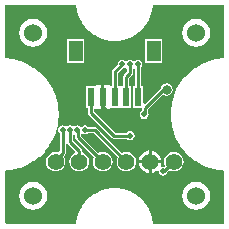
<source format=gtl>
G04*
G04 #@! TF.GenerationSoftware,Altium Limited,Altium Designer,24.4.1 (13)*
G04*
G04 Layer_Physical_Order=1*
G04 Layer_Color=255*
%FSLAX44Y44*%
%MOMM*%
G71*
G04*
G04 #@! TF.SameCoordinates,3A254B37-44D2-41AC-B17A-D77AFD25B485*
G04*
G04*
G04 #@! TF.FilePolarity,Positive*
G04*
G01*
G75*
%ADD12R,0.6000X1.5500*%
%ADD13R,1.2000X1.8000*%
%ADD14C,1.4000*%
%ADD15C,0.8000*%
%ADD22C,0.2540*%
%ADD23C,1.5240*%
%ADD24C,0.5000*%
G36*
X-33746Y92410D02*
X-32482Y92240D01*
X-31745Y87588D01*
X-31674Y87396D01*
X-31650Y87192D01*
X-30194Y82713D01*
X-30094Y82534D01*
X-30039Y82337D01*
X-27900Y78141D01*
X-27774Y77980D01*
X-27688Y77794D01*
X-24920Y73984D01*
X-24769Y73845D01*
X-24656Y73675D01*
X-21325Y70344D01*
X-21155Y70230D01*
X-21016Y70080D01*
X-17205Y67312D01*
X-17020Y67226D01*
X-16859Y67099D01*
X-12662Y64961D01*
X-12465Y64905D01*
X-12287Y64805D01*
X-7807Y63350D01*
X-7604Y63326D01*
X-7412Y63255D01*
X-2760Y62518D01*
X-2555Y62526D01*
X-2355Y62486D01*
X2355Y62486D01*
X2556Y62526D01*
X2761Y62518D01*
X7413Y63255D01*
X7605Y63326D01*
X7808Y63350D01*
X12287Y64805D01*
X12466Y64905D01*
X12663Y64961D01*
X16860Y67099D01*
X17020Y67226D01*
X17206Y67312D01*
X21017Y70080D01*
X21156Y70230D01*
X21326Y70344D01*
X24656Y73675D01*
X24770Y73845D01*
X24920Y73983D01*
X27689Y77794D01*
X27775Y77980D01*
X27901Y78141D01*
X30040Y82337D01*
X30095Y82534D01*
X30195Y82713D01*
X31651Y87192D01*
X31674Y87396D01*
X31745Y87588D01*
X32482Y92240D01*
X33747Y92410D01*
X92410D01*
Y48504D01*
X91718Y47482D01*
X85881Y46714D01*
X85719Y46659D01*
X85548Y46648D01*
X79861Y45124D01*
X79708Y45048D01*
X79541Y45015D01*
X74101Y42762D01*
X73959Y42667D01*
X73797Y42612D01*
X68698Y39668D01*
X68570Y39555D01*
X68417Y39480D01*
X63746Y35896D01*
X63633Y35767D01*
X63491Y35672D01*
X59328Y31509D01*
X59233Y31367D01*
X59104Y31254D01*
X55520Y26583D01*
X55445Y26430D01*
X55332Y26302D01*
X52388Y21203D01*
X52333Y21041D01*
X52238Y20899D01*
X49985Y15459D01*
X49952Y15292D01*
X49876Y15139D01*
X48352Y9452D01*
X48341Y9281D01*
X48286Y9119D01*
X47518Y3282D01*
X47529Y3111D01*
X47496Y2944D01*
Y-2944D01*
X47529Y-3111D01*
X47518Y-3282D01*
X48286Y-9119D01*
X48341Y-9281D01*
X48352Y-9452D01*
X49876Y-15139D01*
X49952Y-15292D01*
X49985Y-15459D01*
X52238Y-20899D01*
X52333Y-21041D01*
X52388Y-21203D01*
X55332Y-26302D01*
X55445Y-26430D01*
X55520Y-26583D01*
X59104Y-31254D01*
X59233Y-31367D01*
X59328Y-31509D01*
X63491Y-35672D01*
X63633Y-35767D01*
X63746Y-35896D01*
X68417Y-39480D01*
X68570Y-39555D01*
X68698Y-39668D01*
X73797Y-42612D01*
X73959Y-42667D01*
X74101Y-42762D01*
X79541Y-45015D01*
X79708Y-45048D01*
X79861Y-45124D01*
X85548Y-46648D01*
X85719Y-46659D01*
X85881Y-46714D01*
X91718Y-47482D01*
X92410Y-48504D01*
Y-92410D01*
X33747D01*
X32482Y-92239D01*
X31745Y-87587D01*
X31675Y-87395D01*
X31651Y-87192D01*
X30195Y-82713D01*
X30095Y-82534D01*
X30040Y-82337D01*
X27901Y-78140D01*
X27775Y-77980D01*
X27689Y-77794D01*
X24920Y-73983D01*
X24770Y-73844D01*
X24656Y-73674D01*
X21326Y-70344D01*
X21156Y-70230D01*
X21017Y-70080D01*
X17206Y-67311D01*
X17020Y-67225D01*
X16860Y-67099D01*
X12663Y-64961D01*
X12466Y-64905D01*
X12287Y-64805D01*
X7808Y-63350D01*
X7605Y-63326D01*
X7413Y-63255D01*
X2761Y-62518D01*
X2556Y-62526D01*
X2356Y-62486D01*
X-2355D01*
X-2555Y-62526D01*
X-2760Y-62518D01*
X-7412Y-63255D01*
X-7604Y-63326D01*
X-7807Y-63350D01*
X-12287Y-64805D01*
X-12465Y-64905D01*
X-12662Y-64961D01*
X-16859Y-67099D01*
X-17019Y-67226D01*
X-17205Y-67311D01*
X-21016Y-70080D01*
X-21155Y-70230D01*
X-21325Y-70344D01*
X-24656Y-73674D01*
X-24769Y-73844D01*
X-24920Y-73983D01*
X-27688Y-77794D01*
X-27774Y-77980D01*
X-27900Y-78140D01*
X-30039Y-82337D01*
X-30094Y-82534D01*
X-30194Y-82713D01*
X-31650Y-87192D01*
X-31674Y-87395D01*
X-31745Y-87587D01*
X-32481Y-92239D01*
X-33746Y-92410D01*
X-91512Y-92410D01*
X-92410Y-91512D01*
Y-48504D01*
X-91718Y-47482D01*
X-85881Y-46714D01*
X-85719Y-46659D01*
X-85548Y-46648D01*
X-79861Y-45124D01*
X-79708Y-45048D01*
X-79541Y-45015D01*
X-74101Y-42762D01*
X-73959Y-42667D01*
X-73797Y-42612D01*
X-68698Y-39668D01*
X-68570Y-39555D01*
X-68417Y-39480D01*
X-63746Y-35896D01*
X-63633Y-35767D01*
X-63491Y-35672D01*
X-59328Y-31509D01*
X-59233Y-31367D01*
X-59104Y-31254D01*
X-55520Y-26583D01*
X-55445Y-26430D01*
X-55332Y-26302D01*
X-52388Y-21203D01*
X-52333Y-21041D01*
X-52238Y-20899D01*
X-49985Y-15459D01*
X-49952Y-15292D01*
X-49876Y-15139D01*
X-48352Y-9452D01*
X-48341Y-9281D01*
X-48286Y-9119D01*
X-47518Y-3282D01*
X-47529Y-3111D01*
X-47496Y-2944D01*
Y2944D01*
X-47529Y3111D01*
X-47518Y3282D01*
X-48286Y9119D01*
X-48341Y9281D01*
X-48352Y9452D01*
X-49876Y15139D01*
X-49952Y15292D01*
X-49985Y15459D01*
X-52238Y20899D01*
X-52333Y21041D01*
X-52388Y21203D01*
X-55332Y26302D01*
X-55445Y26430D01*
X-55520Y26583D01*
X-59104Y31254D01*
X-59233Y31367D01*
X-59328Y31509D01*
X-63491Y35672D01*
X-63633Y35767D01*
X-63746Y35896D01*
X-68417Y39480D01*
X-68570Y39555D01*
X-68698Y39668D01*
X-73797Y42612D01*
X-73959Y42667D01*
X-74101Y42762D01*
X-79541Y45015D01*
X-79708Y45048D01*
X-79861Y45124D01*
X-85548Y46648D01*
X-85719Y46659D01*
X-85881Y46714D01*
X-91718Y47482D01*
X-92410Y48504D01*
Y92410D01*
X-33746Y92410D01*
D02*
G37*
%LPC*%
G36*
X69000Y80882D02*
X65925Y80477D01*
X63059Y79290D01*
X60598Y77402D01*
X58710Y74941D01*
X57523Y72075D01*
X57118Y69000D01*
X57523Y65925D01*
X58710Y63059D01*
X60598Y60598D01*
X63059Y58710D01*
X65925Y57523D01*
X69000Y57118D01*
X72075Y57523D01*
X74941Y58710D01*
X77402Y60598D01*
X79290Y63059D01*
X80477Y65925D01*
X80882Y69000D01*
X80477Y72075D01*
X79290Y74941D01*
X77402Y77402D01*
X74941Y79290D01*
X72075Y80477D01*
X69000Y80882D01*
D02*
G37*
G36*
X-69000D02*
X-72075Y80477D01*
X-74941Y79290D01*
X-77402Y77402D01*
X-79290Y74941D01*
X-80477Y72075D01*
X-80882Y69000D01*
X-80477Y65925D01*
X-79290Y63059D01*
X-77402Y60598D01*
X-74941Y58710D01*
X-72075Y57523D01*
X-69000Y57118D01*
X-65925Y57523D01*
X-63059Y58710D01*
X-60598Y60598D01*
X-58710Y63059D01*
X-57523Y65925D01*
X-57118Y69000D01*
X-57523Y72075D01*
X-58710Y74941D01*
X-60598Y77402D01*
X-63059Y79290D01*
X-65925Y80477D01*
X-69000Y80882D01*
D02*
G37*
G36*
X19500Y46354D02*
X18025Y46061D01*
X17105Y45446D01*
X16250Y45309D01*
X15395Y45446D01*
X14475Y46061D01*
X13000Y46354D01*
X11525Y46061D01*
X10605Y45446D01*
X9750Y45309D01*
X8895Y45446D01*
X7975Y46061D01*
X6500Y46354D01*
X5025Y46061D01*
X3775Y45225D01*
X2939Y43975D01*
X2646Y42500D01*
X2675Y42352D01*
X-1839Y37838D01*
X-2402Y36995D01*
X-2600Y36000D01*
Y24608D01*
X-3061Y24147D01*
X-4410Y24574D01*
X-4460Y24905D01*
Y24970D01*
X-8730D01*
Y14680D01*
Y4390D01*
X-4460D01*
Y4455D01*
X-4280Y5650D01*
X-3190Y5650D01*
X4280D01*
Y23710D01*
X2600D01*
Y34923D01*
X6352Y38675D01*
X6500Y38646D01*
X7975Y38939D01*
X8895Y39554D01*
X9283Y39616D01*
X10400Y38846D01*
Y36077D01*
X8162Y33838D01*
X7598Y32995D01*
X7400Y32000D01*
Y23710D01*
X5720D01*
Y5650D01*
X14280D01*
Y23710D01*
X12600D01*
Y30923D01*
X14839Y33162D01*
X15402Y34005D01*
X15600Y35000D01*
Y38424D01*
X16766Y39171D01*
X16870Y39177D01*
X17400Y38663D01*
Y23710D01*
X15720D01*
Y5650D01*
X22724D01*
X22871Y5471D01*
Y3123D01*
X22275Y2725D01*
X21439Y1475D01*
X21146Y0D01*
X21439Y-1475D01*
X22275Y-2725D01*
X23525Y-3561D01*
X25000Y-3854D01*
X26475Y-3561D01*
X27725Y-2725D01*
X28561Y-1475D01*
X28854Y0D01*
X28561Y1475D01*
X28071Y2208D01*
Y4394D01*
X40599Y16922D01*
X41940Y16026D01*
X44000Y15617D01*
X46060Y16026D01*
X47807Y17193D01*
X48974Y18940D01*
X49383Y21000D01*
X48974Y23060D01*
X47807Y24807D01*
X46060Y25974D01*
X44000Y26383D01*
X41940Y25974D01*
X40193Y24807D01*
X39026Y23060D01*
X38875Y22301D01*
X38117Y21794D01*
X25453Y9130D01*
X24280Y9616D01*
Y23710D01*
X22600D01*
Y40335D01*
X23061Y41025D01*
X23354Y42500D01*
X23061Y43975D01*
X22225Y45225D01*
X20975Y46061D01*
X19500Y46354D01*
D02*
G37*
G36*
X40280Y63710D02*
X25720D01*
Y43150D01*
X40280D01*
Y63710D01*
D02*
G37*
G36*
X-25720D02*
X-40280D01*
Y43150D01*
X-25720D01*
Y63710D01*
D02*
G37*
G36*
X-11270Y24970D02*
X-15540D01*
Y24906D01*
X-15720Y23710D01*
X-16810Y23710D01*
X-24280D01*
Y5650D01*
X-22600D01*
Y1488D01*
X-22402Y493D01*
X-21838Y-351D01*
X-2350Y-19838D01*
X-1507Y-20402D01*
X-512Y-20600D01*
X10191D01*
X10275Y-20725D01*
X11525Y-21561D01*
X13000Y-21854D01*
X14475Y-21561D01*
X15725Y-20725D01*
X16561Y-19475D01*
X16854Y-18000D01*
X16561Y-16525D01*
X15725Y-15275D01*
X14475Y-14439D01*
X13000Y-14146D01*
X11525Y-14439D01*
X10275Y-15275D01*
X10191Y-15400D01*
X565D01*
X-17400Y2565D01*
Y4752D01*
X-16939Y5213D01*
X-15590Y4786D01*
X-15540Y4455D01*
Y4390D01*
X-11270D01*
Y14680D01*
Y24970D01*
D02*
G37*
G36*
X-25000Y-9146D02*
X-26475Y-9439D01*
X-27725Y-10275D01*
X-28715D01*
X-29965Y-9439D01*
X-31440Y-9146D01*
X-32915Y-9439D01*
X-33683Y-9952D01*
X-34580Y-10173D01*
X-35477Y-9952D01*
X-36245Y-9439D01*
X-37720Y-9146D01*
X-39195Y-9439D01*
X-39963Y-9952D01*
X-40860Y-10173D01*
X-41757Y-9952D01*
X-42525Y-9439D01*
X-44000Y-9146D01*
X-45475Y-9439D01*
X-46725Y-10275D01*
X-47561Y-11525D01*
X-47854Y-13000D01*
X-47561Y-14475D01*
X-46725Y-15725D01*
X-46600Y-15809D01*
Y-31079D01*
X-47780Y-31957D01*
X-47839Y-31933D01*
X-50000Y-31649D01*
X-52161Y-31933D01*
X-54176Y-32767D01*
X-55905Y-34095D01*
X-57233Y-35824D01*
X-58067Y-37838D01*
X-58351Y-40000D01*
X-58067Y-42161D01*
X-57233Y-44176D01*
X-55905Y-45905D01*
X-54176Y-47233D01*
X-52161Y-48067D01*
X-50000Y-48351D01*
X-47839Y-48067D01*
X-45824Y-47233D01*
X-44095Y-45905D01*
X-42767Y-44176D01*
X-41933Y-42161D01*
X-41649Y-40000D01*
X-41933Y-37838D01*
X-42767Y-35824D01*
X-43012Y-35505D01*
X-42162Y-34655D01*
X-41598Y-33812D01*
X-41400Y-32817D01*
Y-24360D01*
X-40130Y-24235D01*
X-40122Y-24275D01*
X-39558Y-25118D01*
X-33545Y-31132D01*
X-33843Y-32630D01*
X-34176Y-32767D01*
X-35905Y-34095D01*
X-37233Y-35824D01*
X-38067Y-37838D01*
X-38351Y-40000D01*
X-38067Y-42161D01*
X-37233Y-44176D01*
X-35905Y-45905D01*
X-34176Y-47233D01*
X-32162Y-48067D01*
X-30000Y-48351D01*
X-27838Y-48067D01*
X-25824Y-47233D01*
X-24095Y-45905D01*
X-22767Y-44176D01*
X-21933Y-42161D01*
X-21648Y-40000D01*
X-21933Y-37838D01*
X-22767Y-35824D01*
X-24095Y-34095D01*
X-25824Y-32767D01*
X-27722Y-31981D01*
Y-30678D01*
X-27920Y-29683D01*
X-28484Y-28839D01*
X-35120Y-22203D01*
Y-17655D01*
X-33850Y-16991D01*
X-33569Y-17186D01*
Y-19031D01*
X-33371Y-20026D01*
X-32808Y-20869D01*
X-17414Y-36263D01*
X-18067Y-37838D01*
X-18351Y-40000D01*
X-18067Y-42161D01*
X-17233Y-44176D01*
X-15905Y-45905D01*
X-14176Y-47233D01*
X-12162Y-48067D01*
X-10000Y-48351D01*
X-7839Y-48067D01*
X-5824Y-47233D01*
X-4095Y-45905D01*
X-2767Y-44176D01*
X-1933Y-42161D01*
X-1649Y-40000D01*
X-1933Y-37838D01*
X-2767Y-35824D01*
X-4095Y-34095D01*
X-5824Y-32767D01*
X-7839Y-31933D01*
X-10000Y-31649D01*
X-12162Y-31933D01*
X-13737Y-32586D01*
X-28326Y-17997D01*
X-28223Y-16744D01*
X-27099Y-16143D01*
X-26475Y-16561D01*
X-25000Y-16854D01*
X-23525Y-16561D01*
X-22275Y-15725D01*
X-22191Y-15600D01*
X-18077D01*
X2586Y-36263D01*
X1933Y-37838D01*
X1649Y-40000D01*
X1933Y-42161D01*
X2767Y-44176D01*
X4095Y-45905D01*
X5824Y-47233D01*
X7839Y-48067D01*
X10000Y-48351D01*
X12162Y-48067D01*
X14176Y-47233D01*
X15905Y-45905D01*
X17233Y-44176D01*
X18067Y-42161D01*
X18351Y-40000D01*
X18067Y-37838D01*
X17233Y-35824D01*
X15905Y-34095D01*
X14176Y-32767D01*
X12162Y-31933D01*
X10000Y-31649D01*
X7839Y-31933D01*
X6263Y-32586D01*
X-15161Y-11162D01*
X-16005Y-10598D01*
X-17000Y-10400D01*
X-22191D01*
X-22275Y-10275D01*
X-23525Y-9439D01*
X-25000Y-9146D01*
D02*
G37*
G36*
X31270Y-30545D02*
Y-38730D01*
X39455D01*
X39294Y-37510D01*
X38333Y-35189D01*
X36804Y-33196D01*
X34811Y-31667D01*
X32490Y-30706D01*
X31270Y-30545D01*
D02*
G37*
G36*
X28730D02*
X27510Y-30706D01*
X25189Y-31667D01*
X23196Y-33196D01*
X21667Y-35189D01*
X20705Y-37510D01*
X20545Y-38730D01*
X28730D01*
Y-30545D01*
D02*
G37*
G36*
X50000Y-31649D02*
X47839Y-31933D01*
X45824Y-32767D01*
X44095Y-34095D01*
X42767Y-35824D01*
X41933Y-37838D01*
X41649Y-40000D01*
X41933Y-42161D01*
X42439Y-43384D01*
X41565Y-44258D01*
X41000Y-44146D01*
X39892Y-44366D01*
X39067Y-43603D01*
X38934Y-43361D01*
X39294Y-42490D01*
X39455Y-41270D01*
X31270D01*
Y-49455D01*
X32490Y-49294D01*
X34811Y-48333D01*
X35960Y-47452D01*
X36690Y-47789D01*
X37171Y-48124D01*
X37439Y-49475D01*
X38275Y-50725D01*
X39525Y-51561D01*
X41000Y-51854D01*
X42475Y-51561D01*
X43725Y-50725D01*
X44561Y-49475D01*
X44774Y-48403D01*
X45909Y-47268D01*
X47839Y-48067D01*
X50000Y-48351D01*
X52161Y-48067D01*
X54176Y-47233D01*
X55905Y-45905D01*
X57233Y-44176D01*
X58067Y-42161D01*
X58351Y-40000D01*
X58067Y-37838D01*
X57233Y-35824D01*
X55905Y-34095D01*
X54176Y-32767D01*
X52161Y-31933D01*
X50000Y-31649D01*
D02*
G37*
G36*
X28730Y-41270D02*
X20545D01*
X20705Y-42490D01*
X21667Y-44811D01*
X23196Y-46804D01*
X25189Y-48333D01*
X27510Y-49294D01*
X28730Y-49455D01*
Y-41270D01*
D02*
G37*
G36*
X69000Y-57118D02*
X65925Y-57523D01*
X63059Y-58710D01*
X60598Y-60598D01*
X58710Y-63059D01*
X57523Y-65925D01*
X57118Y-69000D01*
X57523Y-72075D01*
X58710Y-74941D01*
X60598Y-77402D01*
X63059Y-79290D01*
X65925Y-80477D01*
X69000Y-80882D01*
X72075Y-80477D01*
X74941Y-79290D01*
X77402Y-77402D01*
X79290Y-74941D01*
X80477Y-72075D01*
X80882Y-69000D01*
X80477Y-65925D01*
X79290Y-63059D01*
X77402Y-60598D01*
X74941Y-58710D01*
X72075Y-57523D01*
X69000Y-57118D01*
D02*
G37*
G36*
X-69000D02*
X-72075Y-57523D01*
X-74941Y-58710D01*
X-77402Y-60598D01*
X-79290Y-63059D01*
X-80477Y-65925D01*
X-80882Y-69000D01*
X-80477Y-72075D01*
X-79290Y-74941D01*
X-77402Y-77402D01*
X-74941Y-79290D01*
X-72075Y-80477D01*
X-69000Y-80882D01*
X-65925Y-80477D01*
X-63059Y-79290D01*
X-60598Y-77402D01*
X-58710Y-74941D01*
X-57523Y-72075D01*
X-57118Y-69000D01*
X-57523Y-65925D01*
X-58710Y-63059D01*
X-60598Y-60598D01*
X-63059Y-58710D01*
X-65925Y-57523D01*
X-69000Y-57118D01*
D02*
G37*
%LPD*%
D12*
X10000Y14680D02*
D03*
X-20000D02*
D03*
X-10000D02*
D03*
X0D02*
D03*
X20000D02*
D03*
D13*
X-33000Y53430D02*
D03*
X33000D02*
D03*
D14*
X50000Y-40000D02*
D03*
X-50000D02*
D03*
X30000D02*
D03*
X-30000D02*
D03*
X10000D02*
D03*
X-10000D02*
D03*
D15*
X44000Y21000D02*
D03*
D22*
X0Y14680D02*
Y16680D01*
Y36000D02*
X6500Y42500D01*
X0Y19680D02*
Y36000D01*
Y16680D02*
Y19680D01*
X20000Y14680D02*
Y41334D01*
X19500Y41834D02*
Y42500D01*
Y41834D02*
X20000Y41334D01*
X-10000Y6000D02*
Y14680D01*
Y6000D02*
X-4000Y0D01*
X0D01*
X-20000Y1488D02*
Y14680D01*
Y1488D02*
X-512Y-18000D01*
X13000D01*
X10000Y14680D02*
Y16680D01*
X13000Y35000D02*
Y42000D01*
X10000Y32000D02*
X13000Y35000D01*
X10000Y19680D02*
Y32000D01*
Y16680D02*
Y19680D01*
X39955Y19955D02*
X42955D01*
X25471Y471D02*
Y5471D01*
X42955Y19955D02*
X44000Y21000D01*
X25471Y5471D02*
X39955Y19955D01*
X41000Y-48000D02*
X41500D01*
X49500Y-40000D02*
X50000D01*
X41500Y-48000D02*
X49500Y-40000D01*
X-37720Y-23280D02*
Y-13000D01*
X-30322Y-39678D02*
X-30000Y-40000D01*
X-37720Y-23280D02*
X-30322Y-30678D01*
Y-39678D02*
Y-30678D01*
X-50000Y-40000D02*
Y-38816D01*
X-44000Y-32817D01*
Y-13000D01*
X-17000D02*
X10000Y-40000D01*
X-25000Y-13000D02*
X-17000D01*
X-30969Y-19031D02*
Y-13471D01*
Y-19031D02*
X-10000Y-40000D01*
X-31440Y-13000D02*
X-30969Y-13471D01*
X25000Y0D02*
X25471Y471D01*
D23*
X-69000Y-69000D02*
D03*
X69000D02*
D03*
Y69000D02*
D03*
X-69000D02*
D03*
D24*
X0Y-9000D02*
D03*
Y0D02*
D03*
X32000D02*
D03*
X41000Y-48000D02*
D03*
X13000Y-18000D02*
D03*
X-25000Y-13000D02*
D03*
X-44000D02*
D03*
X-37720D02*
D03*
X-31440D02*
D03*
X25000Y0D02*
D03*
X29000Y-26600D02*
D03*
X6500Y42500D02*
D03*
X19500D02*
D03*
X13000D02*
D03*
M02*

</source>
